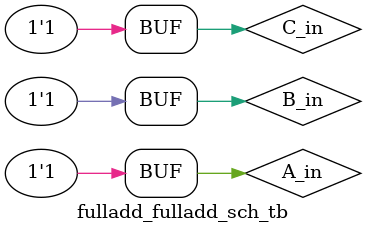
<source format=v>

`timescale 1ns / 1ps

  module fulladd_fulladd_sch_tb();
  
//inputs
	reg C_in;
	reg A_in;
	reg B_in;
	
//Output
	wire S_out;
	wire C_out;
	
//Bidirs

//Instantiate the UUT
	fulladd UUT (
		.A_in(A_in),
		.B_in(B_in),
		.C_in(C_in),
		.S_out(C_out),
		.C_out(C_out)
	);
	
//Initialize Inputs
	initial begin
		A_in=0;
		B_in=0;
		C_in=0;
		
		#100;
		C_in=1;
		#100;
		A_in=1;
		#100;
		B_in=1;
		#100;
		
	end  
endmodule

</source>
